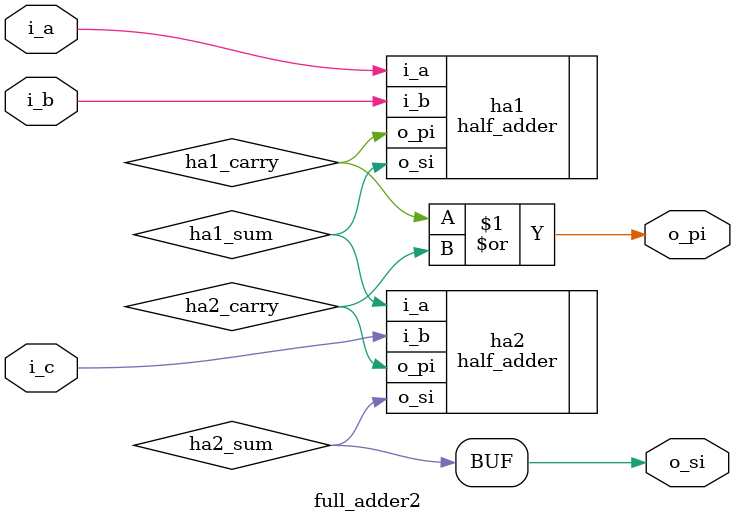
<source format=v>
`timescale 1ns / 1ps
module full_adder2(
i_a,
i_b,
i_c,
o_si,
o_pi
);

input i_a, i_b, i_c;

output o_si, o_pi;

wire ha1_sum;
wire ha2_sum;
wire ha1_carry;
wire ha2_carry;


half_adder ha1(
.i_a(i_a),
.i_b(i_b),
.o_si(ha1_sum),
.o_pi(ha1_carry)
);


half_adder ha2(
.i_a(ha1_sum),
.i_b(i_c),
.o_si(ha2_sum),
.o_pi(ha2_carry)
);

assign o_si = ha2_sum;

assign o_pi = ha1_carry | ha2_carry;

endmodule

</source>
